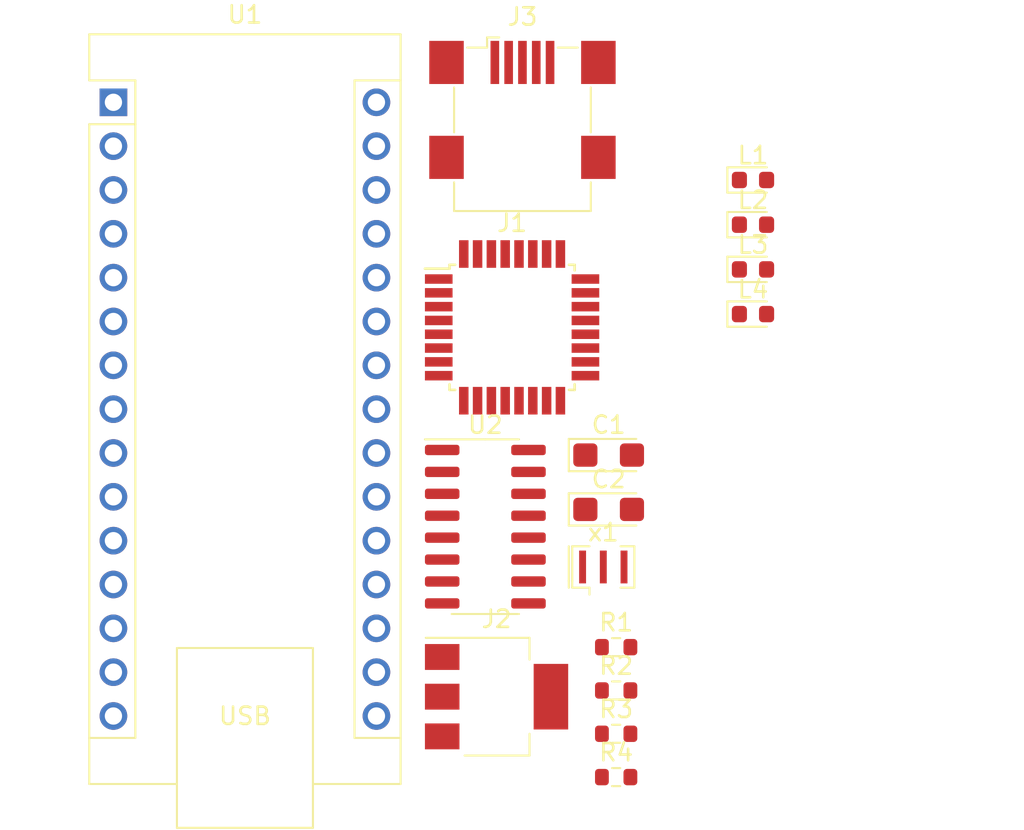
<source format=kicad_pcb>
(kicad_pcb (version 20221018) (generator pcbnew)
  (layers (0 "F.Cu" signal) (31 "B.Cu" signal) (34 "B.Paste" user) (35 "F.Paste" user) (36 "B.SilkS" user "B.Silkscreen") (37 "F.SilkS" user "F.Silkscreen") (38 "B.Mask" user) (39 "F.Mask" user) (44 "Edge.Cuts" user))
  (net 0 "")
  (net 1 "+12V")
  (net 2 "GND")
  (net 3 "+3V3")
  (net 4 "/pd3")
  (net 5 "/pd4")
  (net 6 "+5V")
  (net 7 "/pb6")
  (net 8 "/pb7")
  (net 9 "/pd5")
  (net 10 "/pd6")
  (net 11 "/pd7")
  (net 12 "/pb0")
  (net 13 "/pb1")
  (net 14 "/pb2")
  (net 15 "/pb3")
  (net 16 "/pb4")
  (net 17 "/pb5")
  (net 18 "/adc6")
  (net 19 "/aref")
  (net 20 "/adc7")
  (net 21 "/pc0")
  (net 22 "/pc1")
  (net 23 "/pc2")
  (net 24 "/pc3")
  (net 25 "/pc4")
  (net 26 "/pc5")
  (net 27 "/pc6")
  (net 28 "/pd0")
  (net 29 "/pd1")
  (net 30 "/pd2")
  (net 31 "/usb_negative")
  (net 32 "/usb_plus")
  (net 33 "/usb_id")
  (net 34 "/usb_shield")
  (net 35 "Net-(L1-A)")
  (net 36 "/led_1")
  (net 37 "Net-(L2-A)")
  (net 38 "/led_2")
  (net 39 "Net-(L3-A)")
  (net 40 "/led_3")
  (net 41 "Net-(L4-A)")
  (net 42 "/led_4")
  (net 46 "/cts")
  (net 47 "/dsr")
  (net 48 "/ri")
  (net 49 "/dcd")
  (net 50 "/dtr")
  (net 51 "/rtr")
  (net 52 "/r232")
  (footprint "oomlout_oomp_part_footprints:l6r_electronic_led_0603_red" (layer "F.Cu") (at 71.3485 38.1)
    (fp_text reference "L4" (at 0 -1.43) (layer "F.SilkS"))
    (fp_text value "l6r")
    (fp_line (start -1.485 -0.735) (end -1.485 0.735) (stroke (width 0.12)) (layer "F.SilkS"))
    (fp_line (start -1.485 0.735) (end 0.8 0.735) (stroke (width 0.12)) (layer "F.SilkS"))
    (fp_line (start 0.8 -0.735) (end -1.485 -0.735) (stroke (width 0.12)) (layer "F.SilkS"))
    (pad "1" smd roundrect (at -0.7875 0) (size 0.875 0.95) (layers "F.Cu" "F.Paste" "F.Mask") (net 2 "GND"))
    (pad "2" smd roundrect (at 0.7875 0) (size 0.875 0.95) (layers "F.Cu" "F.Paste" "F.Mask") (net 41 "Net-(L4-A)"))
  )
  (footprint "oomlout_oomp_part_footprints:isp16ch340c_electronic_ic_sop_16_converter_usb_to_serial_converter_wch_ch340c" (layer "F.Cu") (at 55.84 50.419)
    (fp_text reference "U2" (at 0 -5.9) (layer "F.SilkS"))
    (fp_text value "isp16ch340c")
    (fp_line (start 0 -5.06) (end -3.5 -5.06) (stroke (width 0.12)) (layer "F.SilkS"))
    (fp_line (start 0 -5.06) (end 1.95 -5.06) (stroke (width 0.12)) (layer "F.SilkS"))
    (fp_line (start 0 5.06) (end -1.95 5.06) (stroke (width 0.12)) (layer "F.SilkS"))
    (fp_line (start 0 5.06) (end 1.95 5.06) (stroke (width 0.12)) (layer "F.SilkS"))
    (pad "1" smd roundrect (at -2.5 -4.445) (size 2 0.6) (layers "F.Cu" "F.Paste" "F.Mask") (net 2 "GND"))
    (pad "2" smd roundrect (at -2.5 -3.175) (size 2 0.6) (layers "F.Cu" "F.Paste" "F.Mask") (net 28 "/pd0"))
    (pad "3" smd roundrect (at -2.5 -1.905) (size 2 0.6) (layers "F.Cu" "F.Paste" "F.Mask") (net 29 "/pd1"))
    (pad "4" smd roundrect (at -2.5 -0.635) (size 2 0.6) (layers "F.Cu" "F.Paste" "F.Mask"))
    (pad "5" smd roundrect (at -2.5 0.635) (size 2 0.6) (layers "F.Cu" "F.Paste" "F.Mask") (net 32 "/usb_plus"))
    (pad "6" smd roundrect (at -2.5 1.905) (size 2 0.6) (layers "F.Cu" "F.Paste" "F.Mask") (net 31 "/usb_negative"))
    (pad "7" smd roundrect (at -2.5 3.175) (size 2 0.6) (layers "F.Cu" "F.Paste" "F.Mask"))
    (pad "8" smd roundrect (at -2.5 4.445) (size 2 0.6) (layers "F.Cu" "F.Paste" "F.Mask"))
    (pad "9" smd roundrect (at 2.5 4.445) (size 2 0.6) (layers "F.Cu" "F.Paste" "F.Mask") (net 46 "/cts"))
    (pad "10" smd roundrect (at 2.5 3.175) (size 2 0.6) (layers "F.Cu" "F.Paste" "F.Mask") (net 47 "/dsr"))
    (pad "11" smd roundrect (at 2.5 1.905) (size 2 0.6) (layers "F.Cu" "F.Paste" "F.Mask") (net 48 "/ri"))
    (pad "12" smd roundrect (at 2.5 0.635) (size 2 0.6) (layers "F.Cu" "F.Paste" "F.Mask") (net 49 "/dcd"))
    (pad "13" smd roundrect (at 2.5 -0.635) (size 2 0.6) (layers "F.Cu" "F.Paste" "F.Mask") (net 50 "/dtr"))
    (pad "14" smd roundrect (at 2.5 -1.905) (size 2 0.6) (layers "F.Cu" "F.Paste" "F.Mask") (net 51 "/rtr"))
    (pad "15" smd roundrect (at 2.5 -3.175) (size 2 0.6) (layers "F.Cu" "F.Paste" "F.Mask") (net 52 "/r232"))
    (pad "16" smd roundrect (at 2.5 -4.445) (size 2 0.6) (layers "F.Cu" "F.Paste" "F.Mask") (net 6 "+5V"))
  )
  (footprint "oomlout_oomp_part_footprints:l6r_electronic_led_0603_red" (layer "F.Cu") (at 71.3485 32.92)
    (fp_text reference "L2" (at 0 -1.43) (layer "F.SilkS"))
    (fp_text value "l6r")
    (fp_line (start -1.485 -0.735) (end -1.485 0.735) (stroke (width 0.12)) (layer "F.SilkS"))
    (fp_line (start -1.485 0.735) (end 0.8 0.735) (stroke (width 0.12)) (layer "F.SilkS"))
    (fp_line (start 0.8 -0.735) (end -1.485 -0.735) (stroke (width 0.12)) (layer "F.SilkS"))
    (pad "1" smd roundrect (at -0.7875 0) (size 0.875 0.95) (layers "F.Cu" "F.Paste" "F.Mask") (net 2 "GND"))
    (pad "2" smd roundrect (at 0.7875 0) (size 0.875 0.95) (layers "F.Cu" "F.Paste" "F.Mask") (net 37 "Net-(L2-A)"))
  )
  (footprint "oomlout_oomp_part_footprints:r6o102_electronic_resistor_0603_1000_ohm" (layer "F.Cu") (at 63.42 59.909)
    (fp_text reference "R2" (at 0 -1.43) (layer "F.SilkS"))
    (fp_text value "r6o102")
    (fp_line (start -0.237258 -0.5225) (end 0.237258 -0.5225) (stroke (width 0.12)) (layer "F.SilkS"))
    (fp_line (start -0.237258 0.5225) (end 0.237258 0.5225) (stroke (width 0.12)) (layer "F.SilkS"))
    (pad "1" smd roundrect (at -0.825 0) (size 0.8 0.95) (layers "F.Cu" "F.Paste" "F.Mask") (net 37 "Net-(L2-A)"))
    (pad "2" smd roundrect (at 0.825 0) (size 0.8 0.95) (layers "F.Cu" "F.Paste" "F.Mask") (net 38 "/led_2"))
  )
  (footprint "oomlout_oomp_part_footprints:r6o102_electronic_resistor_0603_1000_ohm" (layer "F.Cu") (at 63.42 57.399)
    (fp_text reference "R1" (at 0 -1.43) (layer "F.SilkS"))
    (fp_text value "r6o102")
    (fp_line (start -0.237258 -0.5225) (end 0.237258 -0.5225) (stroke (width 0.12)) (layer "F.SilkS"))
    (fp_line (start -0.237258 0.5225) (end 0.237258 0.5225) (stroke (width 0.12)) (layer "F.SilkS"))
    (pad "1" smd roundrect (at -0.825 0) (size 0.8 0.95) (layers "F.Cu" "F.Paste" "F.Mask") (net 35 "Net-(L1-A)"))
    (pad "2" smd roundrect (at 0.825 0) (size 0.8 0.95) (layers "F.Cu" "F.Paste" "F.Mask") (net 36 "/led_1"))
  )
  (footprint "oomlout_oomp_part_footprints:r6o102_electronic_resistor_0603_1000_ohm" (layer "F.Cu") (at 63.42 62.419)
    (fp_text reference "R3" (at 0 -1.43) (layer "F.SilkS"))
    (fp_text value "r6o102")
    (fp_line (start -0.237258 -0.5225) (end 0.237258 -0.5225) (stroke (width 0.12)) (layer "F.SilkS"))
    (fp_line (start -0.237258 0.5225) (end 0.237258 0.5225) (stroke (width 0.12)) (layer "F.SilkS"))
    (pad "1" smd roundrect (at -0.825 0) (size 0.8 0.95) (layers "F.Cu" "F.Paste" "F.Mask") (net 39 "Net-(L3-A)"))
    (pad "2" smd roundrect (at 0.825 0) (size 0.8 0.95) (layers "F.Cu" "F.Paste" "F.Mask") (net 40 "/led_3"))
  )
  (footprint "oomlout_oomp_part_footprints:x3213mhz16_electronic_crystal_3213_3_pin_ground_pin_2_16_mega_hertz" (layer "F.Cu") (at 62.675 52.754)
    (fp_text reference "x1" (at 0 -2) (layer "F.SilkS"))
    (fp_text value "x3213mhz16")
    (fp_line (start -2 -1.2) (end -2 0.8) (stroke (width 0.12)) (layer "F.SilkS"))
    (fp_line (start -2 0.8) (end -2 1.2) (stroke (width 0.12)) (layer "F.SilkS"))
    (fp_line (start -1.8 -1.2) (end -0.8 -1.2) (stroke (width 0.12)) (layer "F.SilkS"))
    (fp_line (start -1.8 0.8) (end -1.8 -1.2) (stroke (width 0.12)) (layer "F.SilkS"))
    (fp_line (start -1.8 0.8) (end -1.8 1.2) (stroke (width 0.12)) (layer "F.SilkS"))
    (fp_line (start -0.8 1.2) (end -1.8 1.2) (stroke (width 0.12)) (layer "F.SilkS"))
    (fp_line (start -0.8 1.2) (end -0.8 1.6) (stroke (width 0.12)) (layer "F.SilkS"))
    (fp_line (start 1 -1.2) (end 1.8 -1.2) (stroke (width 0.12)) (layer "F.SilkS"))
    (fp_line (start 1.8 -1.2) (end 1.8 0.8) (stroke (width 0.12)) (layer "F.SilkS"))
    (fp_line (start 1.8 0.8) (end 1.8 1.2) (stroke (width 0.12)) (layer "F.SilkS"))
    (fp_line (start 1.8 1.2) (end 1 1.2) (stroke (width 0.12)) (layer "F.SilkS"))
    (pad "1" smd rect (at -1.2 0) (size 0.4 1.9) (layers "F.Cu" "F.Paste" "F.Mask") (net 7 "/pb6"))
    (pad "2" smd rect (at 0 0) (size 0.4 1.9) (layers "F.Cu" "F.Paste" "F.Mask") (net 2 "GND"))
    (pad "3" smd rect (at 1.2 0) (size 0.4 1.9) (layers "F.Cu" "F.Paste" "F.Mask") (net 8 "/pb7"))
  )
  (footprint "oomlout_oomp_part_footprints:catuf4d7_electronic_capacitor_3216_avx_a_tantalum_4_7_micro_farad_16_volt" (layer "F.Cu") (at 62.985 46.269)
    (fp_text reference "C1" (at 0 -1.75) (layer "F.SilkS"))
    (fp_text value "catuf4d7")
    (fp_line (start -2.31 -0.935) (end -2.31 0.935) (stroke (width 0.12)) (layer "F.SilkS"))
    (fp_line (start -2.31 0.935) (end 1.6 0.935) (stroke (width 0.12)) (layer "F.SilkS"))
    (fp_line (start 1.6 -0.935) (end -2.31 -0.935) (stroke (width 0.12)) (layer "F.SilkS"))
    (pad "1" smd roundrect (at -1.35 0) (size 1.4 1.35) (layers "F.Cu" "F.Paste" "F.Mask") (roundrect_rratio 0.185185) (net 1 "+12V"))
    (pad "2" smd roundrect (at 1.35 0) (size 1.4 1.35) (layers "F.Cu" "F.Paste" "F.Mask") (roundrect_rratio 0.185185) (net 2 "GND"))
  )
  (footprint "oomlout_oomp_part_footprints:l6r_electronic_led_0603_red" (layer "F.Cu") (at 71.3485 35.51)
    (fp_text reference "L3" (at 0 -1.43) (layer "F.SilkS"))
    (fp_text value "l6r")
    (fp_line (start -1.485 -0.735) (end -1.485 0.735) (stroke (width 0.12)) (layer "F.SilkS"))
    (fp_line (start -1.485 0.735) (end 0.8 0.735) (stroke (width 0.12)) (layer "F.SilkS"))
    (fp_line (start 0.8 -0.735) (end -1.485 -0.735) (stroke (width 0.12)) (layer "F.SilkS"))
    (pad "1" smd roundrect (at -0.7875 0) (size 0.875 0.95) (layers "F.Cu" "F.Paste" "F.Mask") (net 2 "GND"))
    (pad "2" smd roundrect (at 0.7875 0) (size 0.875 0.95) (layers "F.Cu" "F.Paste" "F.Mask") (net 39 "Net-(L3-A)"))
  )
  (footprint "oomlout_oomp_part_footprints:r6o102_electronic_resistor_0603_1000_ohm" (layer "F.Cu") (at 63.42 64.929)
    (fp_text reference "R4" (at 0 -1.43) (layer "F.SilkS"))
    (fp_text value "r6o102")
    (fp_line (start -0.237258 -0.5225) (end 0.237258 -0.5225) (stroke (width 0.12)) (layer "F.SilkS"))
    (fp_line (start -0.237258 0.5225) (end 0.237258 0.5225) (stroke (width 0.12)) (layer "F.SilkS"))
    (pad "1" smd roundrect (at -0.825 0) (size 0.8 0.95) (layers "F.Cu" "F.Paste" "F.Mask") (net 41 "Net-(L4-A)"))
    (pad "2" smd roundrect (at 0.825 0) (size 0.8 0.95) (layers "F.Cu" "F.Paste" "F.Mask") (net 42 "/led_4"))
  )
  (footprint "oomlout_oomp_part_footprints:bbat328_electronic_breakout_board_mcu_atmega328_shennie" (layer "F.Cu") (at 34.29 25.829)
    (fp_text reference "U1" (at 7.62 -5.08) (layer "F.SilkS"))
    (fp_text value "bbat328")
    (fp_text user "USB" (at 7.62 35.56 unlocked) (layer "F.SilkS"))
    (fp_line (start -1.4 -3.94) (end -1.4 -1.27) (stroke (width 0.12)) (layer "F.SilkS"))
    (fp_line (start -1.4 1.27) (end -1.4 39.5) (stroke (width 0.12)) (layer "F.SilkS"))
    (fp_line (start -1.4 39.5) (end 3.68 39.5) (stroke (width 0.12)) (layer "F.SilkS"))
    (fp_line (start 1.27 -1.27) (end -1.4 -1.27) (stroke (width 0.12)) (layer "F.SilkS"))
    (fp_line (start 1.27 1.27) (end -1.4 1.27) (stroke (width 0.12)) (layer "F.SilkS"))
    (fp_line (start 1.27 1.27) (end 1.27 -1.27) (stroke (width 0.12)) (layer "F.SilkS"))
    (fp_line (start 1.27 1.27) (end 1.27 36.83) (stroke (width 0.12)) (layer "F.SilkS"))
    (fp_line (start 1.27 36.83) (end -1.4 36.83) (stroke (width 0.12)) (layer "F.SilkS"))
    (fp_line (start 3.68 31.62) (end 11.56 31.62) (stroke (width 0.12)) (layer "F.SilkS"))
    (fp_line (start 3.68 42.04) (end 3.68 31.62) (stroke (width 0.12)) (layer "F.SilkS"))
    (fp_line (start 11.56 31.62) (end 11.56 42.04) (stroke (width 0.12)) (layer "F.SilkS"))
    (fp_line (start 11.56 42.04) (end 3.68 42.04) (stroke (width 0.12)) (layer "F.SilkS"))
    (fp_line (start 13.97 -1.27) (end 13.97 36.83) (stroke (width 0.12)) (layer "F.SilkS"))
    (fp_line (start 13.97 -1.27) (end 16.64 -1.27) (stroke (width 0.12)) (layer "F.SilkS"))
    (fp_line (start 13.97 36.83) (end 16.64 36.83) (stroke (width 0.12)) (layer "F.SilkS"))
    (fp_line (start 16.64 -3.94) (end -1.4 -3.94) (stroke (width 0.12)) (layer "F.SilkS"))
    (fp_line (start 16.64 39.5) (end 11.56 39.5) (stroke (width 0.12)) (layer "F.SilkS"))
    (fp_line (start 16.64 39.5) (end 16.64 -3.94) (stroke (width 0.12)) (layer "F.SilkS"))
    (pad "" np_thru_hole circle (at 0 -2.54) (size 1.78 1.78) (drill 1.78) (layers "*.Cu" "*.Mask"))
    (pad "" np_thru_hole circle (at 0 38.1) (size 1.78 1.78) (drill 1.78) (layers "*.Cu" "*.Mask"))
    (pad "" np_thru_hole circle (at 15.24 -2.54) (size 1.78 1.78) (drill 1.78) (layers "*.Cu" "*.Mask"))
    (pad "" np_thru_hole circle (at 15.24 38.1) (size 1.78 1.78) (drill 1.78) (layers "*.Cu" "*.Mask"))
    (pad "1" thru_hole rect (at 0 0) (size 1.6 1.6) (drill 1) (layers "*.Cu" "*.Mask") (net 29 "/pd1"))
    (pad "2" thru_hole oval (at 0 2.54) (size 1.6 1.6) (drill 1) (layers "*.Cu" "*.Mask") (net 28 "/pd0"))
    (pad "3" thru_hole oval (at 0 5.08) (size 1.6 1.6) (drill 1) (layers "*.Cu" "*.Mask") (net 27 "/pc6"))
    (pad "4" thru_hole oval (at 0 7.62) (size 1.6 1.6) (drill 1) (layers "*.Cu" "*.Mask") (net 2 "GND"))
    (pad "5" thru_hole oval (at 0 10.16) (size 1.6 1.6) (drill 1) (layers "*.Cu" "*.Mask") (net 30 "/pd2"))
    (pad "6" thru_hole oval (at 0 12.7) (size 1.6 1.6) (drill 1) (layers "*.Cu" "*.Mask") (net 4 "/pd3"))
    (pad "7" thru_hole oval (at 0 15.24) (size 1.6 1.6) (drill 1) (layers "*.Cu" "*.Mask") (net 5 "/pd4"))
    (pad "8" thru_hole oval (at 0 17.78) (size 1.6 1.6) (drill 1) (layers "*.Cu" "*.Mask") (net 9 "/pd5"))
    (pad "9" thru_hole oval (at 0 20.32) (size 1.6 1.6) (drill 1) (layers "*.Cu" "*.Mask") (net 10 "/pd6"))
    (pad "10" thru_hole oval (at 0 22.86) (size 1.6 1.6) (drill 1) (layers "*.Cu" "*.Mask") (net 11 "/pd7"))
    (pad "11" thru_hole oval (at 0 25.4) (size 1.6 1.6) (drill 1) (layers "*.Cu" "*.Mask") (net 12 "/pb0"))
    (pad "12" thru_hole oval (at 0 27.94) (size 1.6 1.6) (drill 1) (layers "*.Cu" "*.Mask") (net 13 "/pb1"))
    (pad "13" thru_hole oval (at 0 30.48) (size 1.6 1.6) (drill 1) (layers "*.Cu" "*.Mask") (net 14 "/pb2"))
    (pad "14" thru_hole oval (at 0 33.02) (size 1.6 1.6) (drill 1) (layers "*.Cu" "*.Mask") (net 15 "/pb3"))
    (pad "15" thru_hole oval (at 0 35.56) (size 1.6 1.6) (drill 1) (layers "*.Cu" "*.Mask") (net 16 "/pb4"))
    (pad "16" thru_hole oval (at 15.24 35.56) (size 1.6 1.6) (drill 1) (layers "*.Cu" "*.Mask") (net 17 "/pb5"))
    (pad "17" thru_hole oval (at 15.24 33.02) (size 1.6 1.6) (drill 1) (layers "*.Cu" "*.Mask") (net 3 "+3V3"))
    (pad "18" thru_hole oval (at 15.24 30.48) (size 1.6 1.6) (drill 1) (layers "*.Cu" "*.Mask") (net 19 "/aref"))
    (pad "19" thru_hole oval (at 15.24 27.94) (size 1.6 1.6) (drill 1) (layers "*.Cu" "*.Mask") (net 21 "/pc0"))
    (pad "20" thru_hole oval (at 15.24 25.4) (size 1.6 1.6) (drill 1) (layers "*.Cu" "*.Mask") (net 22 "/pc1"))
    (pad "21" thru_hole oval (at 15.24 22.86) (size 1.6 1.6) (drill 1) (layers "*.Cu" "*.Mask") (net 23 "/pc2"))
    (pad "22" thru_hole oval (at 15.24 20.32) (size 1.6 1.6) (drill 1) (layers "*.Cu" "*.Mask") (net 24 "/pc3"))
    (pad "23" thru_hole oval (at 15.24 17.78) (size 1.6 1.6) (drill 1) (layers "*.Cu" "*.Mask") (net 25 "/pc4"))
    (pad "24" thru_hole oval (at 15.24 15.24) (size 1.6 1.6) (drill 1) (layers "*.Cu" "*.Mask") (net 26 "/pc5"))
    (pad "25" thru_hole oval (at 15.24 12.7) (size 1.6 1.6) (drill 1) (layers "*.Cu" "*.Mask") (net 18 "/adc6"))
    (pad "26" thru_hole oval (at 15.24 10.16) (size 1.6 1.6) (drill 1) (layers "*.Cu" "*.Mask") (net 20 "/adc7"))
    (pad "27" thru_hole oval (at 15.24 7.62) (size 1.6 1.6) (drill 1) (layers "*.Cu" "*.Mask") (net 6 "+5V"))
    (pad "28" thru_hole oval (at 15.24 5.08) (size 1.6 1.6) (drill 1) (layers "*.Cu" "*.Mask") (net 27 "/pc6"))
    (pad "29" thru_hole oval (at 15.24 2.54) (size 1.6 1.6) (drill 1) (layers "*.Cu" "*.Mask") (net 2 "GND"))
    (pad "30" thru_hole oval (at 15.24 0) (size 1.6 1.6) (drill 1) (layers "*.Cu" "*.Mask") (net 1 "+12V"))
  )
  (footprint "oomlout_oomp_part_footprints:pms2231117_electronic_pmic_sot_223_linear_1117_5v" (layer "F.Cu") (at 56.49 60.269)
    (fp_text reference "J2" (at 0 -4.5) (layer "F.SilkS"))
    (fp_text value "pms2231117")
    (fp_line (start -4.1 -3.41) (end 1.91 -3.41) (stroke (width 0.12)) (layer "F.SilkS"))
    (fp_line (start -1.85 3.41) (end 1.91 3.41) (stroke (width 0.12)) (layer "F.SilkS"))
    (fp_line (start 1.91 -3.41) (end 1.91 -2.15) (stroke (width 0.12)) (layer "F.SilkS"))
    (fp_line (start 1.91 3.41) (end 1.91 2.15) (stroke (width 0.12)) (layer "F.SilkS"))
    (pad "1" smd rect (at -3.15 -2.3) (size 2 1.5) (layers "F.Cu" "F.Paste" "F.Mask") (net 2 "GND"))
    (pad "2" smd rect (at -3.15 0) (size 2 1.5) (layers "F.Cu" "F.Paste" "F.Mask") (net 3 "+3V3"))
    (pad "3" smd rect (at -3.15 2.3) (size 2 1.5) (layers "F.Cu" "F.Paste" "F.Mask") (net 1 "+12V"))
    (pad "4" smd rect (at 3.15 0) (size 2 3.8) (layers "F.Cu" "F.Paste" "F.Mask"))
  )
  (footprint "oomlout_oomp_part_footprints:catuf4d7_electronic_capacitor_3216_avx_a_tantalum_4_7_micro_farad_16_volt" (layer "F.Cu") (at 62.985 49.419)
    (fp_text reference "C2" (at 0 -1.75) (layer "F.SilkS"))
    (fp_text value "catuf4d7")
    (fp_line (start -2.31 -0.935) (end -2.31 0.935) (stroke (width 0.12)) (layer "F.SilkS"))
    (fp_line (start -2.31 0.935) (end 1.6 0.935) (stroke (width 0.12)) (layer "F.SilkS"))
    (fp_line (start 1.6 -0.935) (end -2.31 -0.935) (stroke (width 0.12)) (layer "F.SilkS"))
    (pad "1" smd roundrect (at -1.35 0) (size 1.4 1.35) (layers "F.Cu" "F.Paste" "F.Mask") (roundrect_rratio 0.185185) (net 3 "+3V3"))
    (pad "2" smd roundrect (at 1.35 0) (size 1.4 1.35) (layers "F.Cu" "F.Paste" "F.Mask") (roundrect_rratio 0.185185) (net 2 "GND"))
  )
  (footprint "oomlout_oomp_part_footprints:scumnsmo_electronic_socket_usb_mini_surface_mount_only" (layer "F.Cu") (at 57.99 26.119)
    (fp_text reference "J3" (at 0 -5.25) (layer "F.SilkS"))
    (fp_text value "scumnsmo")
    (fp_line (start -3.96 1.45) (end -3.96 -1.15) (stroke (width 0.12)) (layer "F.SilkS"))
    (fp_line (start -3.96 4.35) (end -3.96 6.01) (stroke (width 0.12)) (layer "F.SilkS"))
    (fp_line (start -3.96 6.01) (end 3.96 6.01) (stroke (width 0.12)) (layer "F.SilkS"))
    (fp_line (start -3.2 -3.46) (end -2.05 -3.46) (stroke (width 0.12)) (layer "F.SilkS"))
    (fp_line (start -2.05 -4.05) (end -1.35 -4.05) (stroke (width 0.12)) (layer "F.SilkS"))
    (fp_line (start -2.05 -3.46) (end -2.05 -4.05) (stroke (width 0.12)) (layer "F.SilkS"))
    (fp_line (start 2.05 -3.46) (end 3.2 -3.46) (stroke (width 0.12)) (layer "F.SilkS"))
    (fp_line (start 3.96 -1.15) (end 3.96 1.45) (stroke (width 0.12)) (layer "F.SilkS"))
    (fp_line (start 3.96 6.01) (end 3.96 4.35) (stroke (width 0.12)) (layer "F.SilkS"))
    (pad "" np_thru_hole circle (at -2.2 0) (size 0.9 0.9) (drill 0.9) (layers "*.Cu" "*.Mask"))
    (pad "" np_thru_hole circle (at 2.2 0) (size 0.9 0.9) (drill 0.9) (layers "*.Cu" "*.Mask"))
    (pad "1" smd rect (at -1.6 -2.6) (size 0.5 2.5) (layers "F.Cu" "F.Paste" "F.Mask") (net 6 "+5V"))
    (pad "2" smd rect (at -0.8 -2.6) (size 0.5 2.5) (layers "F.Cu" "F.Paste" "F.Mask") (net 31 "/usb_negative"))
    (pad "3" smd rect (at 0 -2.6) (size 0.5 2.5) (layers "F.Cu" "F.Paste" "F.Mask") (net 32 "/usb_plus"))
    (pad "4" smd rect (at 0.8 -2.6) (size 0.5 2.5) (layers "F.Cu" "F.Paste" "F.Mask") (net 33 "/usb_id"))
    (pad "5" smd rect (at 1.6 -2.6) (size 0.5 2.5) (layers "F.Cu" "F.Paste" "F.Mask") (net 2 "GND"))
    (pad "6" smd rect (at -4.4 -2.6) (size 2 2.5) (layers "F.Cu" "F.Paste" "F.Mask") (net 34 "/usb_shield"))
    (pad "6" smd rect (at -4.4 2.9) (size 2 2.5) (layers "F.Cu" "F.Paste" "F.Mask") (net 34 "/usb_shield"))
    (pad "6" smd rect (at 4.4 -2.6) (size 2 2.5) (layers "F.Cu" "F.Paste" "F.Mask") (net 34 "/usb_shield"))
    (pad "6" smd rect (at 4.4 2.9) (size 2 2.5) (layers "F.Cu" "F.Paste" "F.Mask") (net 34 "/usb_shield"))
  )
  (footprint "oomlout_oomp_part_footprints:itq32at328_electronic_ic_tqfp_32_mcu_atmega328_microchip_atmega328p_aur" (layer "F.Cu") (at 57.39 38.869)
    (fp_text reference "J1" (at 0 -6.05) (layer "F.SilkS"))
    (fp_text value "itq32at328_electronic_ic_tqfp_32_mcu_atmega328_microchip_atmega328p_aur")
    (fp_line (start -3.625 -3.625) (end -3.625 -3.4) (stroke (width 0.15)) (layer "F.SilkS"))
    (fp_line (start -3.625 -3.625) (end -3.3 -3.625) (stroke (width 0.15)) (layer "F.SilkS"))
    (fp_line (start -3.625 -3.4) (end -5.05 -3.4) (stroke (width 0.15)) (layer "F.SilkS"))
    (fp_line (start -3.625 3.625) (end -3.625 3.3) (stroke (width 0.15)) (layer "F.SilkS"))
    (fp_line (start -3.625 3.625) (end -3.3 3.625) (stroke (width 0.15)) (layer "F.SilkS"))
    (fp_line (start 3.625 -3.625) (end 3.3 -3.625) (stroke (width 0.15)) (layer "F.SilkS"))
    (fp_line (start 3.625 -3.625) (end 3.625 -3.3) (stroke (width 0.15)) (layer "F.SilkS"))
    (fp_line (start 3.625 3.625) (end 3.3 3.625) (stroke (width 0.15)) (layer "F.SilkS"))
    (fp_line (start 3.625 3.625) (end 3.625 3.3) (stroke (width 0.15)) (layer "F.SilkS"))
    (pad "1" smd rect (at -4.25 -2.8) (size 1.6 0.55) (layers "F.Cu" "F.Paste" "F.Mask") (net 4 "/pd3"))
    (pad "2" smd rect (at -4.25 -2) (size 1.6 0.55) (layers "F.Cu" "F.Paste" "F.Mask") (net 5 "/pd4"))
    (pad "3" smd rect (at -4.25 -1.2) (size 1.6 0.55) (layers "F.Cu" "F.Paste" "F.Mask") (net 2 "GND"))
    (pad "4" smd rect (at -4.25 -0.4) (size 1.6 0.55) (layers "F.Cu" "F.Paste" "F.Mask") (net 6 "+5V"))
    (pad "5" smd rect (at -4.25 0.4) (size 1.6 0.55) (layers "F.Cu" "F.Paste" "F.Mask") (net 2 "GND"))
    (pad "6" smd rect (at -4.25 1.2) (size 1.6 0.55) (layers "F.Cu" "F.Paste" "F.Mask") (net 6 "+5V"))
    (pad "7" smd rect (at -4.25 2) (size 1.6 0.55) (layers "F.Cu" "F.Paste" "F.Mask") (net 7 "/pb6"))
    (pad "8" smd rect (at -4.25 2.8) (size 1.6 0.55) (layers "F.Cu" "F.Paste" "F.Mask") (net 8 "/pb7"))
    (pad "9" smd rect (at -2.8 4.25 90) (size 1.6 0.55) (layers "F.Cu" "F.Paste" "F.Mask") (net 9 "/pd5"))
    (pad "10" smd rect (at -2 4.25 90) (size 1.6 0.55) (layers "F.Cu" "F.Paste" "F.Mask") (net 10 "/pd6"))
    (pad "11" smd rect (at -1.2 4.25 90) (size 1.6 0.55) (layers "F.Cu" "F.Paste" "F.Mask") (net 11 "/pd7"))
    (pad "12" smd rect (at -0.4 4.25 90) (size 1.6 0.55) (layers "F.Cu" "F.Paste" "F.Mask") (net 12 "/pb0"))
    (pad "13" smd rect (at 0.4 4.25 90) (size 1.6 0.55) (layers "F.Cu" "F.Paste" "F.Mask") (net 13 "/pb1"))
    (pad "14" smd rect (at 1.2 4.25 90) (size 1.6 0.55) (layers "F.Cu" "F.Paste" "F.Mask") (net 14 "/pb2"))
    (pad "15" smd rect (at 2 4.25 90) (size 1.6 0.55) (layers "F.Cu" "F.Paste" "F.Mask") (net 15 "/pb3"))
    (pad "16" smd rect (at 2.8 4.25 90) (size 1.6 0.55) (layers "F.Cu" "F.Paste" "F.Mask") (net 16 "/pb4"))
    (pad "17" smd rect (at 4.25 2.8) (size 1.6 0.55) (layers "F.Cu" "F.Paste" "F.Mask") (net 17 "/pb5"))
    (pad "18" smd rect (at 4.25 2) (size 1.6 0.55) (layers "F.Cu" "F.Paste" "F.Mask") (net 6 "+5V"))
    (pad "19" smd rect (at 4.25 1.2) (size 1.6 0.55) (layers "F.Cu" "F.Paste" "F.Mask") (net 18 "/adc6"))
    (pad "20" smd rect (at 4.25 0.4) (size 1.6 0.55) (layers "F.Cu" "F.Paste" "F.Mask") (net 19 "/aref"))
    (pad "21" smd rect (at 4.25 -0.4) (size 1.6 0.55) (layers "F.Cu" "F.Paste" "F.Mask") (net 2 "GND"))
    (pad "22" smd rect (at 4.25 -1.2) (size 1.6 0.55) (layers "F.Cu" "F.Paste" "F.Mask") (net 20 "/adc7"))
    (pad "23" smd rect (at 4.25 -2) (size 1.6 0.55) (layers "F.Cu" "F.Paste" "F.Mask") (net 21 "/pc0"))
    (pad "24" smd rect (at 4.25 -2.8) (size 1.6 0.55) (layers "F.Cu" "F.Paste" "F.Mask") (net 22 "/pc1"))
    (pad "25" smd rect (at 2.8 -4.25 90) (size 1.6 0.55) (layers "F.Cu" "F.Paste" "F.Mask") (net 23 "/pc2"))
    (pad "26" smd rect (at 2 -4.25 90) (size 1.6 0.55) (layers "F.Cu" "F.Paste" "F.Mask") (net 24 "/pc3"))
    (pad "27" smd rect (at 1.2 -4.25 90) (size 1.6 0.55) (layers "F.Cu" "F.Paste" "F.Mask") (net 25 "/pc4"))
    (pad "28" smd rect (at 0.4 -4.25 90) (size 1.6 0.55) (layers "F.Cu" "F.Paste" "F.Mask") (net 26 "/pc5"))
    (pad "29" smd rect (at -0.4 -4.25 90) (size 1.6 0.55) (layers "F.Cu" "F.Paste" "F.Mask") (net 27 "/pc6"))
    (pad "30" smd rect (at -1.2 -4.25 90) (size 1.6 0.55) (layers "F.Cu" "F.Paste" "F.Mask") (net 28 "/pd0"))
    (pad "31" smd rect (at -2 -4.25 90) (size 1.6 0.55) (layers "F.Cu" "F.Paste" "F.Mask") (net 29 "/pd1"))
    (pad "32" smd rect (at -2.8 -4.25 90) (size 1.6 0.55) (layers "F.Cu" "F.Paste" "F.Mask") (net 30 "/pd2"))
  )
  (footprint "oomlout_oomp_part_footprints:l6r_electronic_led_0603_red" (layer "F.Cu") (at 71.3485 30.33)
    (fp_text reference "L1" (at 0 -1.43) (layer "F.SilkS"))
    (fp_text value "l6r")
    (fp_line (start -1.485 -0.735) (end -1.485 0.735) (stroke (width 0.12)) (layer "F.SilkS"))
    (fp_line (start -1.485 0.735) (end 0.8 0.735) (stroke (width 0.12)) (layer "F.SilkS"))
    (fp_line (start 0.8 -0.735) (end -1.485 -0.735) (stroke (width 0.12)) (layer "F.SilkS"))
    (pad "1" smd roundrect (at -0.7875 0) (size 0.875 0.95) (layers "F.Cu" "F.Paste" "F.Mask") (net 2 "GND"))
    (pad "2" smd roundrect (at 0.7875 0) (size 0.875 0.95) (layers "F.Cu" "F.Paste" "F.Mask") (net 35 "Net-(L1-A)"))
  )
)
</source>
